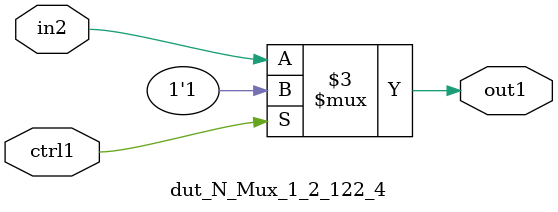
<source format=v>

`timescale 1ps / 1ps


module dut_N_Mux_1_2_122_4( in2, ctrl1, out1 );

    input in2;
    input ctrl1;
    output out1;
    reg out1;

    
    // rtl_process:dut_N_Mux_1_2_122_4/dut_N_Mux_1_2_122_4_thread_1
    always @*
      begin : dut_N_Mux_1_2_122_4_thread_1
        case (ctrl1) 
          1'b1: 
            begin
              out1 = 1'b1;
            end
          default: 
            begin
              out1 = in2;
            end
        endcase
      end

endmodule




</source>
